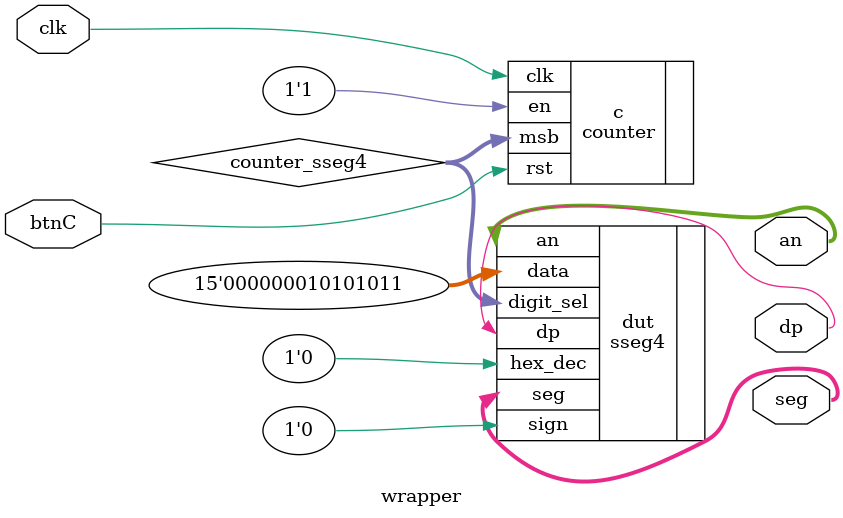
<source format=sv>
`timescale 1ns / 1ps


module wrapper(
    input clk, btnC,
    output [6:0] seg,
    output [3:0] an,
    output dp  
    );
    
    wire [1:0] counter_sseg4;
    counter #(.N(21)) c(
        .clk(clk),
        .en(1'b1),
        .rst(btnC),
        .msb(counter_sseg4)
        );
    
    sseg4 dut(
        .data(15'hAB),
        .hex_dec(1'b0),
        .sign(1'b0),
        .digit_sel(counter_sseg4),
        .seg(seg),
        .an(an),
        .dp(dp)
        ); 
endmodule

</source>
